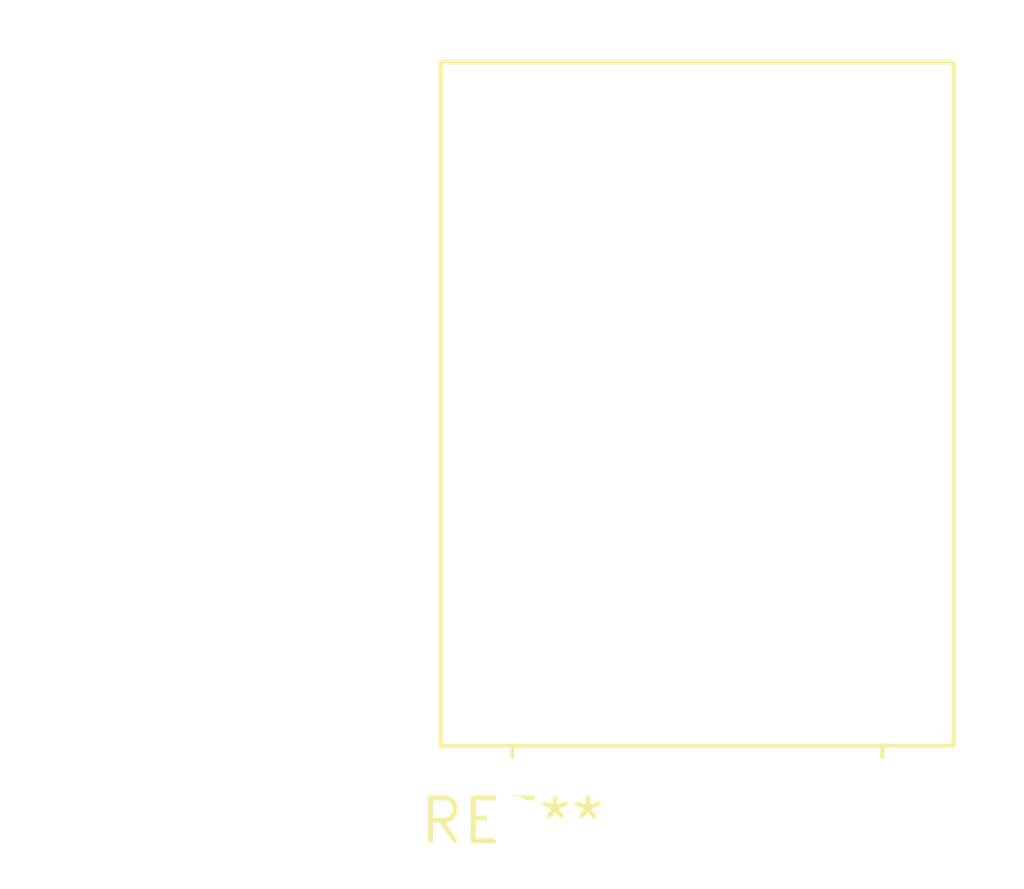
<source format=kicad_pcb>
(kicad_pcb (version 20240108) (generator pcbnew)
  (layers (0 "F.Cu" signal) (31 "B.Cu" signal) (34 "B.Paste" user) (35 "F.Paste" user) (36 "B.SilkS" user "B.Silkscreen") (37 "F.SilkS" user "F.Silkscreen") (38 "B.Mask" user) (39 "F.Mask" user) (44 "Edge.Cuts" user))
  (net 0 "")
  (footprint "TO-218-2_Horizontal_TabDown" (layer "F.Cu") (at 0 0)
    (property "Reference" "REF**")
    (property "Value" "TO-218-2_Horizontal_TabDown")
    (fp_line (start -2.115 -22.45) (end -2.115 -2.23) (layer "F.SilkS") (stroke (width 0.12)))
    (fp_line (start -2.115 -22.45) (end 13.065 -22.45) (layer "F.SilkS") (stroke (width 0.12)))
    (fp_line (start -2.115 -2.23) (end 13.065 -2.23) (layer "F.SilkS") (stroke (width 0.12)))
    (fp_line (start 0 -2.23) (end 0 -1.9) (layer "F.SilkS") (stroke (width 0.12)))
    (fp_line (start 10.95 -2.23) (end 10.95 -1.9) (layer "F.SilkS") (stroke (width 0.12)))
    (fp_line (start 13.065 -22.45) (end 13.065 -2.23) (layer "F.SilkS") (stroke (width 0.12)))
    (pad "" np_thru_hole oval (at 5.475 -18.55) (size 4.04 4.04) (drill 4.04) (layers *.Cu *.Mask))
    (pad "1" thru_hole rect (at 0 0) (size 2.5 3.5) (drill 1.5) (layers *.Cu *.Mask) (remove_unused_layers))
    (pad "2" thru_hole oval (at 10.95 0) (size 2.5 3.5) (drill 1.5) (layers *.Cu *.Mask) (remove_unused_layers))
  )
)
</source>
